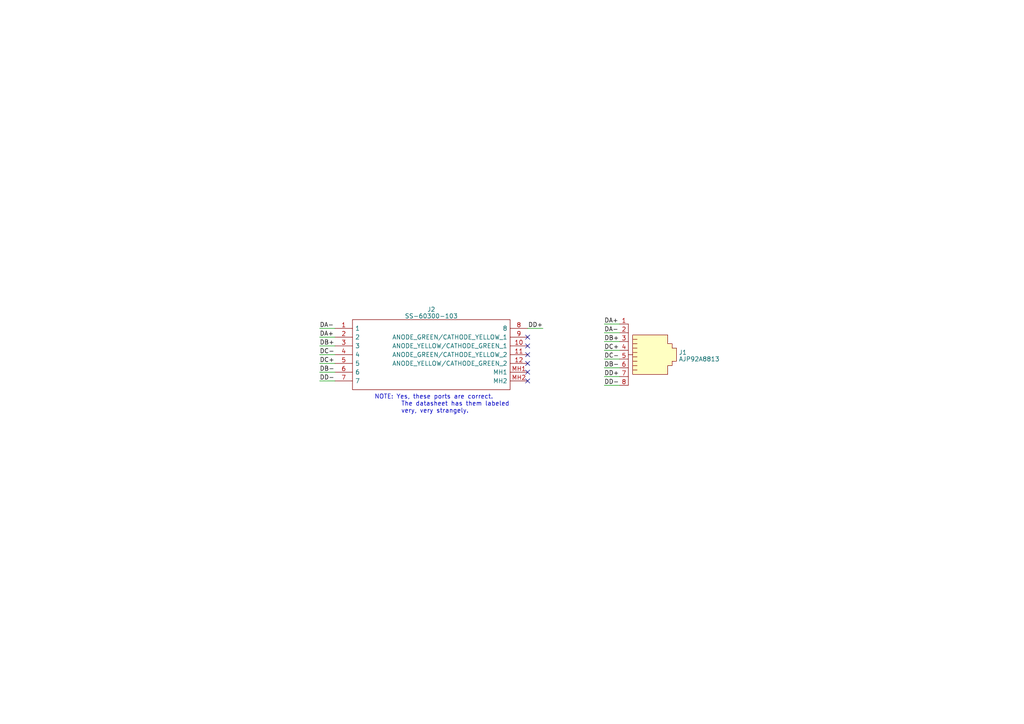
<source format=kicad_sch>
(kicad_sch (version 20230121) (generator eeschema)

  (uuid 9bc69708-aa34-41ea-9cd6-9c6878277937)

  (paper "A4")

  (title_block
    (title "RJ45 Inverter")
    (date "2023-07-05")
    (rev "1")
    (company "Oro Operating System")
    (comment 1 "Joshua Lee Junon")
    (comment 2 "://oro.sh")
  )

  (lib_symbols
    (symbol "Oro:AJP92A8813" (pin_names (offset 1.016) hide) (in_bom yes) (on_board yes)
      (property "Reference" "J" (at 0 11.43 0)
        (effects (font (size 1.27 1.27)))
      )
      (property "Value" "AJP92A8813" (at 0 8.89 0)
        (effects (font (size 1.27 1.27)))
      )
      (property "Footprint" "Oro Footprints:AJP92A8813" (at -26.67 15.24 90)
        (effects (font (size 1.27 1.27)) hide)
      )
      (property "Datasheet" "https://www.farnell.com/datasheets/1885653.pdf?_ga=2.128761615.203604883.1510303178-1662969918.1509432696" (at -29.21 21.59 90)
        (effects (font (size 1.27 1.27)) hide)
      )
      (property "ki_description" "RJ45 plug for PCB, solderable " (at 0 0 0)
        (effects (font (size 1.27 1.27)) hide)
      )
      (property "ki_fp_filters" "8P8C* RJ31* RJ32* RJ33* RJ34* RJ35* RJ41* RJ45* RJ49* RJ61*" (at 0 0 0)
        (effects (font (size 1.27 1.27)) hide)
      )
      (symbol "AJP92A8813_0_1"
        (polyline
          (pts
            (xy -4.445 -3.81)
            (xy -4.445 -5.08)
          )
          (stroke (width 0) (type default))
          (fill (type none))
        )
        (polyline
          (pts
            (xy -3.175 -3.81)
            (xy -3.175 -5.08)
          )
          (stroke (width 0) (type default))
          (fill (type none))
        )
        (polyline
          (pts
            (xy 0 -6.35)
            (xy -8.89 -6.35)
          )
          (stroke (width 0) (type default))
          (fill (type none))
        )
        (polyline
          (pts
            (xy -1.905 -3.81)
            (xy -1.905 -5.08)
            (xy -1.905 -5.08)
          )
          (stroke (width 0) (type default))
          (fill (type none))
        )
        (polyline
          (pts
            (xy -0.635 -5.08)
            (xy -0.635 -3.81)
            (xy -0.635 -3.81)
          )
          (stroke (width 0) (type default))
          (fill (type none))
        )
        (polyline
          (pts
            (xy 0 -5.08)
            (xy 0 -6.35)
            (xy 8.89 -6.35)
          )
          (stroke (width 0) (type default))
          (fill (type none))
        )
        (polyline
          (pts
            (xy 0.635 -5.08)
            (xy 0.635 -3.81)
            (xy 0.635 -3.81)
          )
          (stroke (width 0) (type default))
          (fill (type none))
        )
        (polyline
          (pts
            (xy 1.905 -5.08)
            (xy 1.905 -3.81)
            (xy 1.905 -3.81)
          )
          (stroke (width 0) (type default))
          (fill (type none))
        )
        (polyline
          (pts
            (xy 3.175 -5.08)
            (xy 3.175 -3.81)
            (xy 3.175 -3.81)
          )
          (stroke (width 0) (type default))
          (fill (type none))
        )
        (polyline
          (pts
            (xy 4.445 -5.08)
            (xy 4.445 -3.81)
            (xy 4.445 -3.81)
          )
          (stroke (width 0) (type default))
          (fill (type none))
        )
        (polyline
          (pts
            (xy 5.715 -5.08)
            (xy -5.715 -5.08)
            (xy -5.715 5.08)
            (xy -3.175 5.08)
            (xy -3.175 6.35)
            (xy -1.905 6.35)
            (xy -1.905 7.62)
            (xy 1.905 7.62)
            (xy 1.905 6.35)
            (xy 3.175 6.35)
            (xy 3.175 5.08)
            (xy 5.715 5.08)
            (xy 5.715 -5.08)
            (xy 5.715 -5.08)
          )
          (stroke (width 0) (type default))
          (fill (type background))
        )
      )
      (symbol "AJP92A8813_1_1"
        (pin passive line (at -8.89 -8.89 90) (length 2.54)
          (name "~" (effects (font (size 1.27 1.27))))
          (number "1" (effects (font (size 1.27 1.27))))
        )
        (pin passive line (at -6.35 -8.89 90) (length 2.54)
          (name "~" (effects (font (size 1.27 1.27))))
          (number "2" (effects (font (size 1.27 1.27))))
        )
        (pin passive line (at -3.81 -8.89 90) (length 2.54)
          (name "~" (effects (font (size 1.27 1.27))))
          (number "3" (effects (font (size 1.27 1.27))))
        )
        (pin passive line (at -1.27 -8.89 90) (length 2.54)
          (name "~" (effects (font (size 1.27 1.27))))
          (number "4" (effects (font (size 1.27 1.27))))
        )
        (pin passive line (at 1.27 -8.89 90) (length 2.54)
          (name "~" (effects (font (size 1.27 1.27))))
          (number "5" (effects (font (size 1.27 1.27))))
        )
        (pin passive line (at 3.81 -8.89 90) (length 2.54)
          (name "~" (effects (font (size 1.27 1.27))))
          (number "6" (effects (font (size 1.27 1.27))))
        )
        (pin passive line (at 6.35 -8.89 90) (length 2.54)
          (name "~" (effects (font (size 1.27 1.27))))
          (number "7" (effects (font (size 1.27 1.27))))
        )
        (pin passive line (at 8.89 -8.89 90) (length 2.54)
          (name "~" (effects (font (size 1.27 1.27))))
          (number "8" (effects (font (size 1.27 1.27))))
        )
      )
    )
    (symbol "SamacSys_Parts:SS-60300-103" (pin_names (offset 0.762)) (in_bom yes) (on_board yes)
      (property "Reference" "J" (at 52.07 7.62 0)
        (effects (font (size 1.27 1.27)) (justify left))
      )
      (property "Value" "SS-60300-103" (at 52.07 5.08 0)
        (effects (font (size 1.27 1.27)) (justify left))
      )
      (property "Footprint" "SS60300103" (at 52.07 2.54 0)
        (effects (font (size 1.27 1.27)) (justify left) hide)
      )
      (property "Datasheet" "https://www.mouser.com/datasheet/2/643/dr-STW-SS-60300-103-1670921.pdf" (at 52.07 0 0)
        (effects (font (size 1.27 1.27)) (justify left) hide)
      )
      (property "Description" "STEWART CONNECTOR - SS-60300-103 - 10G SINGLE PORT HORIZONTAL JACK, WITH BI-COLOR (G/Y, G/Y) LEDS 42AH9237" (at 52.07 -2.54 0)
        (effects (font (size 1.27 1.27)) (justify left) hide)
      )
      (property "Height" "12.65" (at 52.07 -5.08 0)
        (effects (font (size 1.27 1.27)) (justify left) hide)
      )
      (property "Manufacturer_Name" "BelFuse" (at 52.07 -7.62 0)
        (effects (font (size 1.27 1.27)) (justify left) hide)
      )
      (property "Manufacturer_Part_Number" "SS-60300-103" (at 52.07 -10.16 0)
        (effects (font (size 1.27 1.27)) (justify left) hide)
      )
      (property "Mouser Part Number" "530-SS-60300-103" (at 52.07 -12.7 0)
        (effects (font (size 1.27 1.27)) (justify left) hide)
      )
      (property "Mouser Price/Stock" "https://www.mouser.co.uk/ProductDetail/Stewart-Connector-Bel/SS-60300-103?qs=wnTfsH77Xs4F0oaICJGh5g%3D%3D" (at 52.07 -15.24 0)
        (effects (font (size 1.27 1.27)) (justify left) hide)
      )
      (property "Arrow Part Number" "SS-60300-103" (at 52.07 -17.78 0)
        (effects (font (size 1.27 1.27)) (justify left) hide)
      )
      (property "Arrow Price/Stock" "https://www.arrow.com/en/products/ss-60300-103/bel-group?region=nac" (at 52.07 -20.32 0)
        (effects (font (size 1.27 1.27)) (justify left) hide)
      )
      (property "ki_description" "STEWART CONNECTOR - SS-60300-103 - 10G SINGLE PORT HORIZONTAL JACK, WITH BI-COLOR (G/Y, G/Y) LEDS 42AH9237" (at 0 0 0)
        (effects (font (size 1.27 1.27)) hide)
      )
      (symbol "SS-60300-103_0_0"
        (pin passive line (at 0 0 0) (length 5.08)
          (name "1" (effects (font (size 1.27 1.27))))
          (number "1" (effects (font (size 1.27 1.27))))
        )
        (pin passive line (at 55.88 -5.08 180) (length 5.08)
          (name "ANODE_YELLOW/CATHODE_GREEN_1" (effects (font (size 1.27 1.27))))
          (number "10" (effects (font (size 1.27 1.27))))
        )
        (pin passive line (at 55.88 -7.62 180) (length 5.08)
          (name "ANODE_GREEN/CATHODE_YELLOW_2" (effects (font (size 1.27 1.27))))
          (number "11" (effects (font (size 1.27 1.27))))
        )
        (pin passive line (at 55.88 -10.16 180) (length 5.08)
          (name "ANODE_YELLOW/CATHODE_GREEN_2" (effects (font (size 1.27 1.27))))
          (number "12" (effects (font (size 1.27 1.27))))
        )
        (pin passive line (at 0 -2.54 0) (length 5.08)
          (name "2" (effects (font (size 1.27 1.27))))
          (number "2" (effects (font (size 1.27 1.27))))
        )
        (pin passive line (at 0 -5.08 0) (length 5.08)
          (name "3" (effects (font (size 1.27 1.27))))
          (number "3" (effects (font (size 1.27 1.27))))
        )
        (pin passive line (at 0 -7.62 0) (length 5.08)
          (name "4" (effects (font (size 1.27 1.27))))
          (number "4" (effects (font (size 1.27 1.27))))
        )
        (pin passive line (at 0 -10.16 0) (length 5.08)
          (name "5" (effects (font (size 1.27 1.27))))
          (number "5" (effects (font (size 1.27 1.27))))
        )
        (pin passive line (at 0 -12.7 0) (length 5.08)
          (name "6" (effects (font (size 1.27 1.27))))
          (number "6" (effects (font (size 1.27 1.27))))
        )
        (pin passive line (at 0 -15.24 0) (length 5.08)
          (name "7" (effects (font (size 1.27 1.27))))
          (number "7" (effects (font (size 1.27 1.27))))
        )
        (pin passive line (at 55.88 0 180) (length 5.08)
          (name "8" (effects (font (size 1.27 1.27))))
          (number "8" (effects (font (size 1.27 1.27))))
        )
        (pin passive line (at 55.88 -2.54 180) (length 5.08)
          (name "ANODE_GREEN/CATHODE_YELLOW_1" (effects (font (size 1.27 1.27))))
          (number "9" (effects (font (size 1.27 1.27))))
        )
        (pin passive line (at 55.88 -12.7 180) (length 5.08)
          (name "MH1" (effects (font (size 1.27 1.27))))
          (number "MH1" (effects (font (size 1.27 1.27))))
        )
        (pin passive line (at 55.88 -15.24 180) (length 5.08)
          (name "MH2" (effects (font (size 1.27 1.27))))
          (number "MH2" (effects (font (size 1.27 1.27))))
        )
      )
      (symbol "SS-60300-103_0_1"
        (polyline
          (pts
            (xy 5.08 2.54)
            (xy 50.8 2.54)
            (xy 50.8 -17.78)
            (xy 5.08 -17.78)
            (xy 5.08 2.54)
          )
          (stroke (width 0.1524) (type solid))
          (fill (type none))
        )
      )
    )
  )


  (no_connect (at 153.035 110.49) (uuid 285a2c12-0a77-4763-883c-8b61e57d11ea))
  (no_connect (at 153.035 102.87) (uuid 4cd170c6-307b-41f9-bfb0-e0862673d26b))
  (no_connect (at 153.035 97.79) (uuid 62f95f9b-de57-4f9d-b644-5bbc9480ce7b))
  (no_connect (at 153.035 105.41) (uuid ab73b651-62e4-4fb6-9a0a-40379ac017af))
  (no_connect (at 153.035 100.33) (uuid dd8f0734-8b06-4e95-aa17-58b8b620d417))
  (no_connect (at 153.035 107.95) (uuid ef255394-744d-405c-8572-3e785ae58671))

  (wire (pts (xy 92.71 97.79) (xy 97.155 97.79))
    (stroke (width 0) (type default))
    (uuid 028b10f7-06bc-4c1a-b408-47cb7f2f7aae)
  )
  (wire (pts (xy 175.26 111.76) (xy 179.705 111.76))
    (stroke (width 0) (type default))
    (uuid 19c4dc4e-6f8e-47c9-856f-c2b21cb0249d)
  )
  (wire (pts (xy 175.26 104.14) (xy 179.705 104.14))
    (stroke (width 0) (type default))
    (uuid 370910b0-01d9-497d-93ff-1424dbf9bd12)
  )
  (wire (pts (xy 175.26 109.22) (xy 179.705 109.22))
    (stroke (width 0) (type default))
    (uuid 51d44a4a-9935-4087-8978-276c597cb1b1)
  )
  (wire (pts (xy 175.26 93.98) (xy 179.705 93.98))
    (stroke (width 0) (type default))
    (uuid 5813a999-7068-4fac-9560-889eba9fe856)
  )
  (wire (pts (xy 92.71 105.41) (xy 97.155 105.41))
    (stroke (width 0) (type default))
    (uuid 60e88d7c-8563-4dc8-ab7e-16fe908552a2)
  )
  (wire (pts (xy 157.48 95.25) (xy 153.035 95.25))
    (stroke (width 0) (type default))
    (uuid 650dab50-b4c6-4de8-8b07-2d3340bd0054)
  )
  (wire (pts (xy 175.26 106.68) (xy 179.705 106.68))
    (stroke (width 0) (type default))
    (uuid 8ff8b67e-14eb-4db4-bb0a-ef2414cf1cf9)
  )
  (wire (pts (xy 92.71 102.87) (xy 97.155 102.87))
    (stroke (width 0) (type default))
    (uuid 994dd622-9891-4f11-b141-eddff697948d)
  )
  (wire (pts (xy 175.26 96.52) (xy 179.705 96.52))
    (stroke (width 0) (type default))
    (uuid 9c2c3ed5-a648-4e48-9bec-474269e09ef6)
  )
  (wire (pts (xy 175.26 99.06) (xy 179.705 99.06))
    (stroke (width 0) (type default))
    (uuid a4d9b8a0-94f0-4185-b307-2f1bf136068e)
  )
  (wire (pts (xy 92.71 107.95) (xy 97.155 107.95))
    (stroke (width 0) (type default))
    (uuid a7a036d8-6f9c-4319-afd5-a42b27a4a173)
  )
  (wire (pts (xy 92.71 100.33) (xy 97.155 100.33))
    (stroke (width 0) (type default))
    (uuid b1fd5800-2867-4df1-b284-6f0bb96d7e39)
  )
  (wire (pts (xy 92.71 110.49) (xy 97.155 110.49))
    (stroke (width 0) (type default))
    (uuid bde5acc3-73ac-470a-a8d7-6947e1c9eada)
  )
  (wire (pts (xy 175.26 101.6) (xy 179.705 101.6))
    (stroke (width 0) (type default))
    (uuid d9d70f95-e156-46e1-b26c-a0c1c0b250e4)
  )
  (wire (pts (xy 92.71 95.25) (xy 97.155 95.25))
    (stroke (width 0) (type default))
    (uuid e35a08d7-01bf-4bc7-aa08-418f993f8116)
  )

  (text "NOTE: Yes, these ports are correct.\n        The datasheet has them labeled\n        very, very strangely."
    (at 108.585 120.015 0)
    (effects (font (size 1.27 1.27)) (justify left bottom))
    (uuid 3428a940-2017-4b6d-98c3-272fa7a3702f)
  )

  (label "DD+" (at 175.26 109.22 0) (fields_autoplaced)
    (effects (font (size 1.27 1.27)) (justify left bottom))
    (uuid 2385a713-23f8-42ba-9f62-fad4f50af644)
  )
  (label "DB+" (at 175.26 99.06 0) (fields_autoplaced)
    (effects (font (size 1.27 1.27)) (justify left bottom))
    (uuid 26bb5da4-e2a2-43d0-9fb3-912072f11638)
  )
  (label "DB-" (at 175.26 106.68 0) (fields_autoplaced)
    (effects (font (size 1.27 1.27)) (justify left bottom))
    (uuid 48cbe5ea-f915-4088-b66a-c9f252ea36c7)
  )
  (label "DB+" (at 92.71 100.33 0) (fields_autoplaced)
    (effects (font (size 1.27 1.27)) (justify left bottom))
    (uuid 4a54abcd-426c-44cd-b575-ec4d1886689b)
  )
  (label "DA-" (at 92.71 95.25 0) (fields_autoplaced)
    (effects (font (size 1.27 1.27)) (justify left bottom))
    (uuid 52870949-a634-4e65-b09b-5909f5bb7b05)
  )
  (label "DD-" (at 92.71 110.49 0) (fields_autoplaced)
    (effects (font (size 1.27 1.27)) (justify left bottom))
    (uuid 538d953e-314e-47a6-85ad-f21bfbc63b28)
  )
  (label "DA-" (at 175.26 96.52 0) (fields_autoplaced)
    (effects (font (size 1.27 1.27)) (justify left bottom))
    (uuid 64f28423-c354-47bf-84bb-c36fc528f028)
  )
  (label "DC+" (at 175.26 101.6 0) (fields_autoplaced)
    (effects (font (size 1.27 1.27)) (justify left bottom))
    (uuid 831ac476-7db6-46ad-939d-039e5b058d3a)
  )
  (label "DA+" (at 92.71 97.79 0) (fields_autoplaced)
    (effects (font (size 1.27 1.27)) (justify left bottom))
    (uuid 87788c98-7438-44c2-a672-4f8146dd582a)
  )
  (label "DA+" (at 175.26 93.98 0) (fields_autoplaced)
    (effects (font (size 1.27 1.27)) (justify left bottom))
    (uuid 977a2253-e8cf-4b52-ad74-0f80735b79f9)
  )
  (label "DD+" (at 157.48 95.25 180) (fields_autoplaced)
    (effects (font (size 1.27 1.27)) (justify right bottom))
    (uuid adc78c87-194c-40e6-b946-63996dc573a6)
  )
  (label "DC-" (at 175.26 104.14 0) (fields_autoplaced)
    (effects (font (size 1.27 1.27)) (justify left bottom))
    (uuid b89dc1ee-d50a-46a6-9a61-9d52b823b4d8)
  )
  (label "DC-" (at 92.71 102.87 0) (fields_autoplaced)
    (effects (font (size 1.27 1.27)) (justify left bottom))
    (uuid c4f17956-4fa2-4e0e-b764-eee06ec31449)
  )
  (label "DB-" (at 92.71 107.95 0) (fields_autoplaced)
    (effects (font (size 1.27 1.27)) (justify left bottom))
    (uuid d7dd0a36-0f1b-431e-ba9a-5020affbe66d)
  )
  (label "DC+" (at 92.71 105.41 0) (fields_autoplaced)
    (effects (font (size 1.27 1.27)) (justify left bottom))
    (uuid e9d23862-bd72-4656-8eea-99fd7fad7caa)
  )
  (label "DD-" (at 175.26 111.76 0) (fields_autoplaced)
    (effects (font (size 1.27 1.27)) (justify left bottom))
    (uuid f9914557-9b56-439b-9210-359cdbe0b256)
  )

  (symbol (lib_id "SamacSys_Parts:SS-60300-103") (at 97.155 95.25 0) (unit 1)
    (in_bom yes) (on_board yes) (dnp no) (fields_autoplaced)
    (uuid 80690483-3079-415a-a939-09476d32a4d8)
    (property "Reference" "J2" (at 125.095 89.7509 0)
      (effects (font (size 1.27 1.27)))
    )
    (property "Value" "SS-60300-103" (at 125.095 91.6719 0)
      (effects (font (size 1.27 1.27)))
    )
    (property "Footprint" "SS60300103" (at 149.225 92.71 0)
      (effects (font (size 1.27 1.27)) (justify left) hide)
    )
    (property "Datasheet" "https://www.mouser.com/datasheet/2/643/dr-STW-SS-60300-103-1670921.pdf" (at 149.225 95.25 0)
      (effects (font (size 1.27 1.27)) (justify left) hide)
    )
    (property "Description" "STEWART CONNECTOR - SS-60300-103 - 10G SINGLE PORT HORIZONTAL JACK, WITH BI-COLOR (G/Y, G/Y) LEDS 42AH9237" (at 149.225 97.79 0)
      (effects (font (size 1.27 1.27)) (justify left) hide)
    )
    (property "Height" "12.65" (at 149.225 100.33 0)
      (effects (font (size 1.27 1.27)) (justify left) hide)
    )
    (property "Manufacturer_Name" "BelFuse" (at 149.225 102.87 0)
      (effects (font (size 1.27 1.27)) (justify left) hide)
    )
    (property "Manufacturer_Part_Number" "SS-60300-103" (at 149.225 105.41 0)
      (effects (font (size 1.27 1.27)) (justify left) hide)
    )
    (property "Mouser Part Number" "530-SS-60300-103" (at 149.225 107.95 0)
      (effects (font (size 1.27 1.27)) (justify left) hide)
    )
    (property "Mouser Price/Stock" "https://www.mouser.co.uk/ProductDetail/Stewart-Connector-Bel/SS-60300-103?qs=wnTfsH77Xs4F0oaICJGh5g%3D%3D" (at 149.225 110.49 0)
      (effects (font (size 1.27 1.27)) (justify left) hide)
    )
    (property "Arrow Part Number" "SS-60300-103" (at 149.225 113.03 0)
      (effects (font (size 1.27 1.27)) (justify left) hide)
    )
    (property "Arrow Price/Stock" "https://www.arrow.com/en/products/ss-60300-103/bel-group?region=nac" (at 149.225 115.57 0)
      (effects (font (size 1.27 1.27)) (justify left) hide)
    )
    (pin "1" (uuid c6599796-841e-4579-83fb-aa94ca44ddb8))
    (pin "10" (uuid fda92543-b989-401a-9047-e28ed1f47dcf))
    (pin "11" (uuid 0e2f333c-e86c-4ab1-b42e-7635efd9e086))
    (pin "12" (uuid 7ce4730b-59eb-4715-8eb7-3b3b4eafd864))
    (pin "2" (uuid 1ba2515f-5e9e-4664-b210-395f426ba375))
    (pin "3" (uuid 39680c93-a391-44ed-94d3-dfd54b7502a2))
    (pin "4" (uuid aac57c67-5204-4f17-ad8a-5c9184afed91))
    (pin "5" (uuid 7d43cda0-0df4-47b6-a9f4-7a6f35b47310))
    (pin "6" (uuid 3c2a8e16-63b2-4334-b633-77045400bd8b))
    (pin "7" (uuid 6ce3cc81-274b-44b0-991f-f2901fe3625a))
    (pin "8" (uuid 5fccdc3d-f960-43ae-8567-5b5e87f15657))
    (pin "9" (uuid 81a2c853-5e65-4c9d-9c7a-c144915f7665))
    (pin "MH1" (uuid 3aa21170-99cd-46fe-882a-458176678bdc))
    (pin "MH2" (uuid 37784d8f-48c8-42b2-b45f-b3bc2d338bbb))
    (instances
      (project "RJ45Inverter"
        (path "/9bc69708-aa34-41ea-9cd6-9c6878277937"
          (reference "J2") (unit 1)
        )
      )
    )
  )

  (symbol (lib_id "Oro:AJP92A8813") (at 188.595 102.87 270) (unit 1)
    (in_bom yes) (on_board yes) (dnp no) (fields_autoplaced)
    (uuid 94140649-7d94-45df-ab2a-baedf61c0dc1)
    (property "Reference" "J1" (at 196.85 102.2263 90)
      (effects (font (size 1.27 1.27)) (justify left))
    )
    (property "Value" "AJP92A8813" (at 196.85 104.1473 90)
      (effects (font (size 1.27 1.27)) (justify left))
    )
    (property "Footprint" "Oro Footprints:AJP92A8813" (at 203.835 76.2 90)
      (effects (font (size 1.27 1.27)) hide)
    )
    (property "Datasheet" "https://www.farnell.com/datasheets/1885653.pdf?_ga=2.128761615.203604883.1510303178-1662969918.1509432696" (at 210.185 73.66 90)
      (effects (font (size 1.27 1.27)) hide)
    )
    (pin "1" (uuid 89a4887b-dad4-4891-901e-1ac2334e29bf))
    (pin "2" (uuid cc189053-27b9-4911-868b-29492053bc9b))
    (pin "3" (uuid 314be806-907f-4265-8917-c324b91bdc2c))
    (pin "4" (uuid d1f50a25-1042-4e3a-9815-b10f71d4bf3e))
    (pin "5" (uuid 2256b7b9-5c51-4ca3-b0db-1f94b0f919f6))
    (pin "6" (uuid 1ff76aca-0693-450e-9c13-05af985e483a))
    (pin "7" (uuid a9792722-790a-43f2-b33b-b7bbb74bb1f7))
    (pin "8" (uuid 8e4e1ffc-4a14-48d2-b131-69af8d0cfeea))
    (instances
      (project "RJ45Inverter"
        (path "/9bc69708-aa34-41ea-9cd6-9c6878277937"
          (reference "J1") (unit 1)
        )
      )
    )
  )

  (sheet_instances
    (path "/" (page "1"))
  )
)

</source>
